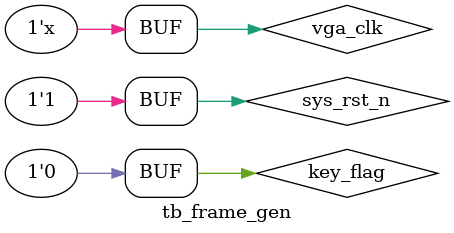
<source format=v>
module	tb_frame_gen();

reg		vga_clk		;
reg		sys_rst_n	;
reg		key_flag	;
wire	frame		;

initial begin
        vga_clk    = 1'b1;
        sys_rst_n <= 1'b0;
		key_flag<=1'b0;
        #20;
        sys_rst_n <= 1'b1;
		key_flag<=1'b1;
		#20;
		key_flag<=1'b0;
end

always  #20 vga_clk =   ~vga_clk;



frame_gen	frame_gen_inst
(
    .vga_clk    (vga_clk)	,   //输入工作时钟,频率25MHz
    .sys_rst_n  (sys_rst_n)	,   //输入复位信号,低电平有效
	.key_flag	(key_flag)	,

	.frame		(frame)	//一帧的信号

);


endmodule
</source>
